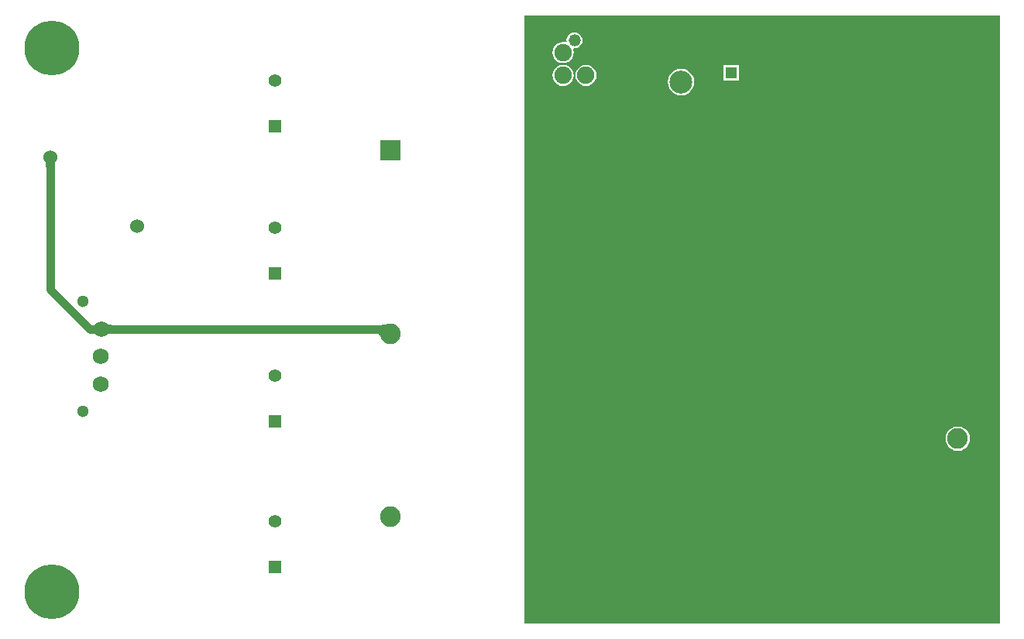
<source format=gbl>
G04*
G04 #@! TF.GenerationSoftware,Altium Limited,Altium Designer,18.1.9 (240)*
G04*
G04 Layer_Physical_Order=2*
G04 Layer_Color=16711680*
%FSLAX44Y44*%
%MOMM*%
G71*
G01*
G75*
%ADD39C,0.9000*%
%ADD41C,1.9000*%
%ADD42C,2.5000*%
%ADD43R,1.3000X1.3000*%
%ADD44C,1.3000*%
%ADD45C,6.0000*%
%ADD46C,1.7500*%
%ADD47R,1.4000X1.4000*%
%ADD48C,1.4000*%
%ADD49C,1.5240*%
%ADD50R,2.2500X2.2500*%
%ADD51C,2.2500*%
%ADD52C,1.3200*%
%ADD53C,1.2700*%
G36*
X623104Y719100D02*
X622155Y719084D01*
X620455Y718954D01*
X619705Y718840D01*
X619021Y718694D01*
X618404Y718515D01*
X617853Y718304D01*
X617369Y718060D01*
X616950Y717784D01*
X616599Y717475D01*
Y729725D01*
X616950Y729416D01*
X617369Y729140D01*
X617853Y728896D01*
X618404Y728685D01*
X619021Y728506D01*
X619705Y728360D01*
X620455Y728246D01*
X622155Y728116D01*
X623104Y728100D01*
Y719100D01*
D02*
G37*
G36*
X549978Y900557D02*
X549970Y901413D01*
X549770Y904108D01*
X549678Y904599D01*
X549570Y905018D01*
X549445Y905363D01*
X549303Y905636D01*
X549144Y905836D01*
X559812D01*
X559654Y905636D01*
X559512Y905363D01*
X559387Y905018D01*
X559279Y904599D01*
X559187Y904108D01*
X559053Y902906D01*
X558987Y901413D01*
X558978Y900557D01*
X549978D01*
D02*
G37*
G36*
X913320Y728100D02*
X914477Y728112D01*
X918543Y728402D01*
X919419Y728535D01*
X921003Y728874D01*
X921711Y729079D01*
X922363Y729309D01*
X915811Y715105D01*
X915486Y715864D01*
X915069Y716543D01*
X914560Y717142D01*
X913960Y717662D01*
X913268Y718101D01*
X912484Y718461D01*
X911609Y718740D01*
X910642Y718940D01*
X909584Y719060D01*
X908434Y719100D01*
X913320Y728100D01*
D02*
G37*
G36*
X1592500Y401604D02*
X1592250Y401500D01*
X1072500D01*
Y1066750D01*
X1592500D01*
Y401604D01*
D02*
G37*
%LPC*%
G36*
X1127500Y1048074D02*
X1125255Y1047779D01*
X1123163Y1046912D01*
X1121366Y1045534D01*
X1119988Y1043737D01*
X1119121Y1041645D01*
X1118826Y1039400D01*
X1118988Y1038170D01*
X1118347Y1037542D01*
X1117831Y1037226D01*
X1115000Y1037599D01*
X1111998Y1037204D01*
X1109200Y1036045D01*
X1106798Y1034202D01*
X1104955Y1031800D01*
X1103796Y1029002D01*
X1103401Y1026000D01*
X1103796Y1022998D01*
X1104955Y1020200D01*
X1106798Y1017798D01*
X1109200Y1015955D01*
X1111998Y1014796D01*
X1115000Y1014401D01*
X1118002Y1014796D01*
X1120800Y1015955D01*
X1123202Y1017798D01*
X1125045Y1020200D01*
X1126204Y1022998D01*
X1126599Y1026000D01*
X1126204Y1029002D01*
X1125860Y1029832D01*
X1126633Y1030840D01*
X1127500Y1030726D01*
X1129745Y1031021D01*
X1131837Y1031888D01*
X1133634Y1033266D01*
X1135012Y1035063D01*
X1135879Y1037155D01*
X1136174Y1039400D01*
X1135879Y1041645D01*
X1135012Y1043737D01*
X1133634Y1045534D01*
X1131837Y1046912D01*
X1129745Y1047779D01*
X1127500Y1048074D01*
D02*
G37*
G36*
X1307500Y1012500D02*
X1290500D01*
Y995500D01*
X1307500D01*
Y1012500D01*
D02*
G37*
G36*
X1140000Y1012599D02*
X1136998Y1012204D01*
X1134200Y1011045D01*
X1131798Y1009202D01*
X1129955Y1006800D01*
X1128796Y1004002D01*
X1128401Y1001000D01*
X1128796Y997998D01*
X1129955Y995200D01*
X1131798Y992798D01*
X1134200Y990955D01*
X1136998Y989796D01*
X1140000Y989401D01*
X1143002Y989796D01*
X1145800Y990955D01*
X1148202Y992798D01*
X1150045Y995200D01*
X1151204Y997998D01*
X1151599Y1001000D01*
X1151204Y1004002D01*
X1150045Y1006800D01*
X1148202Y1009202D01*
X1145800Y1011045D01*
X1143002Y1012204D01*
X1140000Y1012599D01*
D02*
G37*
G36*
X1115000D02*
X1111998Y1012204D01*
X1109200Y1011045D01*
X1106798Y1009202D01*
X1104955Y1006800D01*
X1103796Y1004002D01*
X1103401Y1001000D01*
X1103796Y997998D01*
X1104955Y995200D01*
X1106798Y992798D01*
X1109200Y990955D01*
X1111998Y989796D01*
X1115000Y989401D01*
X1118002Y989796D01*
X1120800Y990955D01*
X1123202Y992798D01*
X1125045Y995200D01*
X1126204Y997998D01*
X1126599Y1001000D01*
X1126204Y1004002D01*
X1125045Y1006800D01*
X1123202Y1009202D01*
X1120800Y1011045D01*
X1118002Y1012204D01*
X1115000Y1012599D01*
D02*
G37*
G36*
X1244000Y1008375D02*
X1240215Y1007877D01*
X1236687Y1006416D01*
X1233659Y1004091D01*
X1231334Y1001063D01*
X1229873Y997535D01*
X1229375Y993750D01*
X1229873Y989965D01*
X1231334Y986437D01*
X1233659Y983409D01*
X1236687Y981084D01*
X1240215Y979623D01*
X1244000Y979125D01*
X1247785Y979623D01*
X1251313Y981084D01*
X1254342Y983409D01*
X1256666Y986437D01*
X1258127Y989965D01*
X1258625Y993750D01*
X1258127Y997535D01*
X1256666Y1001063D01*
X1254342Y1004091D01*
X1251313Y1006416D01*
X1247785Y1007877D01*
X1244000Y1008375D01*
D02*
G37*
G36*
X1546430Y617184D02*
X1542971Y616729D01*
X1539748Y615394D01*
X1536980Y613270D01*
X1534856Y610502D01*
X1533521Y607279D01*
X1533066Y603820D01*
X1533521Y600361D01*
X1534856Y597138D01*
X1536980Y594370D01*
X1539748Y592246D01*
X1542971Y590911D01*
X1546430Y590456D01*
X1549889Y590911D01*
X1553112Y592246D01*
X1555880Y594370D01*
X1558004Y597138D01*
X1559339Y600361D01*
X1559794Y603820D01*
X1559339Y607279D01*
X1558004Y610502D01*
X1555880Y613270D01*
X1553112Y615394D01*
X1549889Y616729D01*
X1546430Y617184D01*
D02*
G37*
%LPD*%
D39*
X610350Y723600D02*
X921650D01*
X926430Y718820D01*
X598000Y723600D02*
X610350D01*
X554478Y767122D02*
X598000Y723600D01*
X554478Y767122D02*
Y911278D01*
D41*
X1115000Y1001000D02*
D03*
X1140000D02*
D03*
X1115000Y1026000D02*
D03*
X1140000D02*
D03*
D42*
X1244000Y1046750D02*
D03*
Y993750D02*
D03*
D43*
X1299000Y1004000D02*
D03*
D44*
Y1029000D02*
D03*
X590000Y633600D02*
D03*
Y753600D02*
D03*
D45*
X1554480Y436880D02*
D03*
Y1031240D02*
D03*
X556260D02*
D03*
Y436880D02*
D03*
D46*
X609600Y693600D02*
D03*
Y663600D02*
D03*
X610350Y723600D02*
D03*
D47*
X800100Y463740D02*
D03*
Y622960D02*
D03*
Y945280D02*
D03*
Y784860D02*
D03*
D48*
Y513740D02*
D03*
Y672960D02*
D03*
Y995280D02*
D03*
Y834860D02*
D03*
D49*
X554478Y911278D02*
D03*
X649478Y836279D02*
D03*
D50*
X926430Y918820D02*
D03*
D51*
Y718820D02*
D03*
Y518820D02*
D03*
X1546430Y603820D02*
D03*
Y833820D02*
D03*
D52*
X1127500Y1039400D02*
D03*
D53*
X1216750Y1054750D02*
D03*
X1174750D02*
D03*
X1577250Y652750D02*
D03*
Y699250D02*
D03*
Y746500D02*
D03*
Y794250D02*
D03*
Y840250D02*
D03*
Y887250D02*
D03*
Y934000D02*
D03*
X1257500Y867250D02*
D03*
X1230250D02*
D03*
X1202500D02*
D03*
X1257500Y891500D02*
D03*
X1230000D02*
D03*
X1202500D02*
D03*
X1257500Y914278D02*
D03*
X1230000D02*
D03*
X1202500D02*
D03*
X1578000Y978500D02*
D03*
X1553500D02*
D03*
X1529250D02*
D03*
X1277000Y1054750D02*
D03*
X1467000D02*
D03*
X1437750D02*
D03*
X1328500D02*
D03*
X1409250D02*
D03*
X1381750D02*
D03*
X1354500D02*
D03*
M02*

</source>
